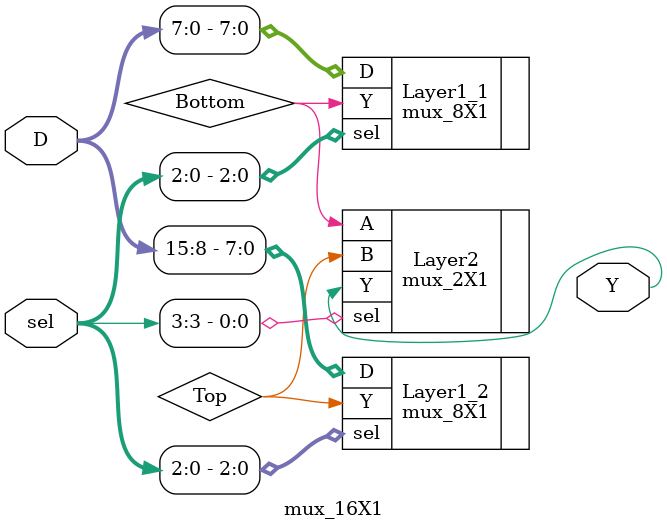
<source format=sv>
module mux_16X1(
		input  logic [3:0] sel,
		input  logic [15:0] D,
		output logic Y
);
wire logic Top, Bottom;
mux_8X1		Layer1_1 (.sel(sel[2:0]), .D(D[7:0]),  .Y(Bottom));
mux_8X1		Layer1_2 (.sel(sel[2:0]), .D(D[15:8]), .Y(Top));
mux_2X1		Layer2   (.sel(sel[3]), .A(Bottom), .B(Top), .Y(Y));								
							
endmodule 


</source>
